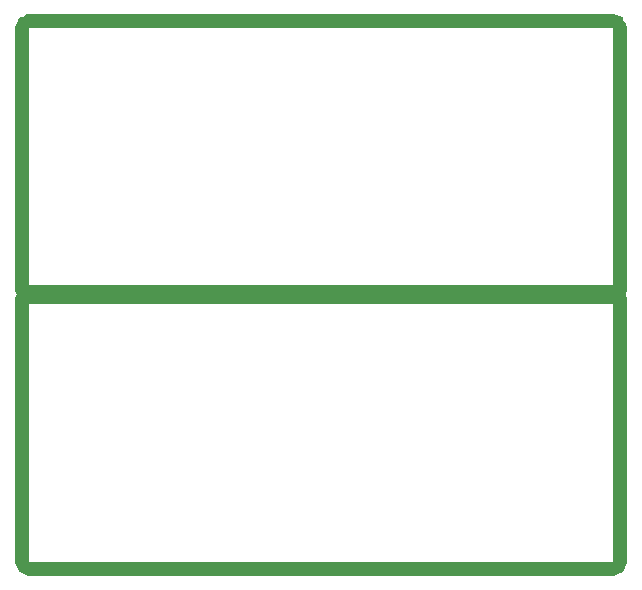
<source format=gm1>
G04 Layer_Color=16711935*
%FSLAX44Y44*%
%MOMM*%
G71*
G01*
G75*
%ADD23C,1.2000*%
D23*
X-6000Y0D02*
G03*
X0Y-6000I6000J0D01*
G01*
X-6000Y230000D02*
G03*
X-4581Y226125I6000J0D01*
G01*
D02*
G03*
X-6000Y222250I4581J-3875D01*
G01*
Y0D02*
G03*
X0Y-6000I6000J0D01*
G01*
X-4581Y226125D02*
G03*
X-6000Y222250I4581J-3875D01*
G01*
Y230000D02*
G03*
X-4581Y226125I6000J0D01*
G01*
X0Y458250D02*
G03*
X-6000Y452250I0J-6000D01*
G01*
X0Y458250D02*
G03*
X-6000Y452250I0J-6000D01*
G01*
X494030Y-6000D02*
G03*
X500030Y0I0J6000D01*
G01*
X494030Y-6000D02*
G03*
X500030Y0I0J6000D01*
G01*
Y222250D02*
G03*
X498611Y226125I-6000J0D01*
G01*
X500030Y222250D02*
G03*
X498611Y226125I-6000J0D01*
G01*
D02*
G03*
X500030Y230000I-4581J3875D01*
G01*
X498611Y226125D02*
G03*
X500030Y230000I-4581J3875D01*
G01*
Y452250D02*
G03*
X494030Y458250I-6000J0D01*
G01*
X500030Y452250D02*
G03*
X494030Y458250I-6000J0D01*
G01*
X-6000Y0D02*
Y222250D01*
X0Y-6000D02*
X494030D01*
X-6000Y230000D02*
Y452250D01*
X0Y458250D02*
X494030D01*
X500030Y0D02*
Y222250D01*
Y230000D02*
Y452250D01*
X-6000Y0D02*
G03*
X0Y-6000I6000J0D01*
G01*
X-6000Y0D02*
G03*
X0Y-6000I6000J0D01*
G01*
Y228250D02*
G03*
X-6000Y222250I0J-6000D01*
G01*
X0Y228250D02*
G03*
X-6000Y222250I0J-6000D01*
G01*
X494030Y-6000D02*
G03*
X500030Y0I0J6000D01*
G01*
X494030Y-6000D02*
G03*
X500030Y0I0J6000D01*
G01*
Y222250D02*
G03*
X494030Y228250I-6000J0D01*
G01*
X500030Y222250D02*
G03*
X494030Y228250I-6000J0D01*
G01*
X-6000Y0D02*
Y222250D01*
X0Y-6000D02*
X494030D01*
X0Y228251D02*
X494030D01*
X500031Y0D02*
Y222250D01*
X-6000Y230000D02*
G03*
X0Y224000I6000J0D01*
G01*
X-6000Y230000D02*
G03*
X0Y224000I6000J0D01*
G01*
Y458250D02*
G03*
X-6000Y452250I0J-6000D01*
G01*
X0Y458250D02*
G03*
X-6000Y452250I0J-6000D01*
G01*
X494030Y224000D02*
G03*
X500030Y230000I0J6000D01*
G01*
X494030Y224000D02*
G03*
X500030Y230000I0J6000D01*
G01*
Y452250D02*
G03*
X494030Y458250I-6000J0D01*
G01*
X500030Y452250D02*
G03*
X494030Y458250I-6000J0D01*
G01*
X-6000Y230000D02*
Y452250D01*
X0Y224000D02*
X494030D01*
X0Y458251D02*
X494030D01*
X500031Y230000D02*
Y452250D01*
M02*

</source>
